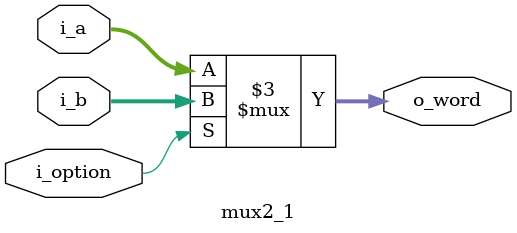
<source format=sv>
module mux2_1#(parameter N = 32)(
	input logic [N-1:0] i_a, i_b,
	input logic i_option,
	output logic [N-1:0] o_word
);
always_comb begin: Multiplexor_2_1
	if(i_option) begin 
		o_word = i_b;
		end
	else begin 
		o_word = i_a;
		end
	end
endmodule

</source>
